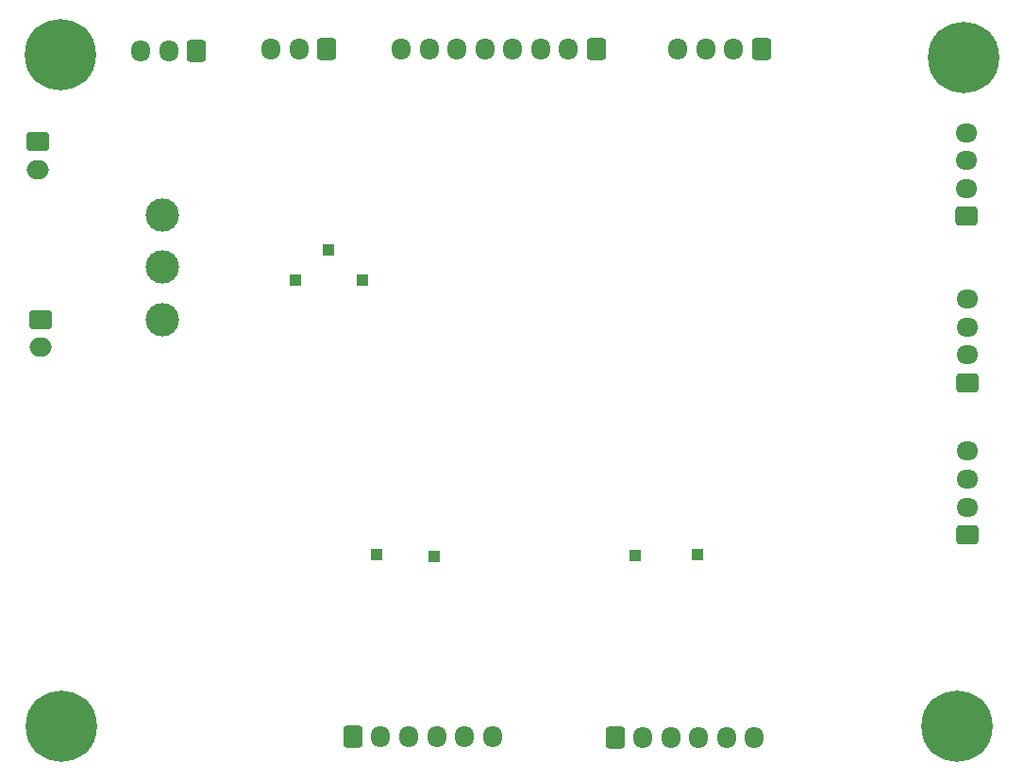
<source format=gbr>
%TF.GenerationSoftware,KiCad,Pcbnew,(7.0.0)*%
%TF.CreationDate,2023-10-26T11:16:44+02:00*%
%TF.ProjectId,Kyttiludzinator,4b797474-696c-4756-947a-696e61746f72,rev?*%
%TF.SameCoordinates,Original*%
%TF.FileFunction,Soldermask,Bot*%
%TF.FilePolarity,Negative*%
%FSLAX46Y46*%
G04 Gerber Fmt 4.6, Leading zero omitted, Abs format (unit mm)*
G04 Created by KiCad (PCBNEW (7.0.0)) date 2023-10-26 11:16:44*
%MOMM*%
%LPD*%
G01*
G04 APERTURE LIST*
G04 Aperture macros list*
%AMRoundRect*
0 Rectangle with rounded corners*
0 $1 Rounding radius*
0 $2 $3 $4 $5 $6 $7 $8 $9 X,Y pos of 4 corners*
0 Add a 4 corners polygon primitive as box body*
4,1,4,$2,$3,$4,$5,$6,$7,$8,$9,$2,$3,0*
0 Add four circle primitives for the rounded corners*
1,1,$1+$1,$2,$3*
1,1,$1+$1,$4,$5*
1,1,$1+$1,$6,$7*
1,1,$1+$1,$8,$9*
0 Add four rect primitives between the rounded corners*
20,1,$1+$1,$2,$3,$4,$5,0*
20,1,$1+$1,$4,$5,$6,$7,0*
20,1,$1+$1,$6,$7,$8,$9,0*
20,1,$1+$1,$8,$9,$2,$3,0*%
G04 Aperture macros list end*
%ADD10RoundRect,0.250000X0.725000X-0.600000X0.725000X0.600000X-0.725000X0.600000X-0.725000X-0.600000X0*%
%ADD11O,1.950000X1.700000*%
%ADD12R,1.000000X1.000000*%
%ADD13C,0.800000*%
%ADD14C,6.400000*%
%ADD15RoundRect,0.250000X-0.750000X0.600000X-0.750000X-0.600000X0.750000X-0.600000X0.750000X0.600000X0*%
%ADD16O,2.000000X1.700000*%
%ADD17RoundRect,0.250000X0.600000X0.725000X-0.600000X0.725000X-0.600000X-0.725000X0.600000X-0.725000X0*%
%ADD18O,1.700000X1.950000*%
%ADD19RoundRect,0.250000X-0.600000X-0.725000X0.600000X-0.725000X0.600000X0.725000X-0.600000X0.725000X0*%
%ADD20C,3.000000*%
G04 APERTURE END LIST*
D10*
%TO.C,J504*%
X212958000Y-85859000D03*
D11*
X212957999Y-83358999D03*
X212957999Y-80858999D03*
X212957999Y-78358999D03*
%TD*%
D12*
%TO.C,REF\u002A\u002A*%
X158622999Y-62991999D03*
%TD*%
D13*
%TO.C,REFe*%
X210200000Y-43000000D03*
X210902944Y-41302944D03*
X210902944Y-44697056D03*
X212600000Y-40600000D03*
D14*
X212600000Y-43000000D03*
D13*
X212600000Y-45400000D03*
X214297056Y-41302944D03*
X214297056Y-44697056D03*
X215000000Y-43000000D03*
%TD*%
D15*
%TO.C,Alim_charger301*%
X129485000Y-50566000D03*
D16*
X129484999Y-53065999D03*
%TD*%
D12*
%TO.C,REF\u002A\u002A*%
X165099999Y-87799999D03*
%TD*%
D17*
%TO.C,J502*%
X155448000Y-42291000D03*
D18*
X152947999Y-42290999D03*
X150447999Y-42290999D03*
%TD*%
D13*
%TO.C,REF\u002A\u002A*%
X209600000Y-103000000D03*
X210302944Y-101302944D03*
X210302944Y-104697056D03*
X212000000Y-100600000D03*
D14*
X212000000Y-103000000D03*
D13*
X212000000Y-105400000D03*
X213697056Y-101302944D03*
X213697056Y-104697056D03*
X214400000Y-103000000D03*
%TD*%
D17*
%TO.C,J503*%
X179632000Y-42291000D03*
D18*
X177131999Y-42290999D03*
X174631999Y-42290999D03*
X172131999Y-42290999D03*
X169631999Y-42290999D03*
X167131999Y-42290999D03*
X164631999Y-42290999D03*
X162131999Y-42290999D03*
%TD*%
D15*
%TO.C,Alim_batterie301*%
X129794000Y-66548000D03*
D16*
X129793999Y-69047999D03*
%TD*%
D13*
%TO.C,REF\u002A\u002A*%
X129200000Y-103000000D03*
X129902944Y-101302944D03*
X129902944Y-104697056D03*
X131600000Y-100600000D03*
D14*
X131600000Y-103000000D03*
D13*
X131600000Y-105400000D03*
X133297056Y-101302944D03*
X133297056Y-104697056D03*
X134000000Y-103000000D03*
%TD*%
D10*
%TO.C,J505*%
X212852000Y-57277000D03*
D11*
X212851999Y-54776999D03*
X212851999Y-52276999D03*
X212851999Y-49776999D03*
%TD*%
D17*
%TO.C,J506*%
X194437000Y-42291000D03*
D18*
X191936999Y-42290999D03*
X189436999Y-42290999D03*
X186936999Y-42290999D03*
%TD*%
D12*
%TO.C,REF\u002A\u002A*%
X188699999Y-87599999D03*
%TD*%
%TO.C,REF\u002A\u002A*%
X155574999Y-60324999D03*
%TD*%
D19*
%TO.C,J402*%
X157800000Y-104000000D03*
D18*
X160299999Y-103999999D03*
X162799999Y-103999999D03*
X165299999Y-103999999D03*
X167799999Y-103999999D03*
X170299999Y-103999999D03*
%TD*%
D12*
%TO.C,REF\u002A\u002A*%
X159892999Y-87629999D03*
%TD*%
D10*
%TO.C,J509*%
X212958000Y-72203000D03*
D11*
X212957999Y-69702999D03*
X212957999Y-67202999D03*
X212957999Y-64702999D03*
%TD*%
D17*
%TO.C,J501*%
X143764000Y-42418000D03*
D18*
X141263999Y-42417999D03*
X138763999Y-42417999D03*
%TD*%
D12*
%TO.C,REF\u002A\u002A*%
X183099999Y-87699999D03*
%TD*%
%TO.C,REF\u002A\u002A*%
X152653999Y-62991999D03*
%TD*%
D19*
%TO.C,J401*%
X181300000Y-104100000D03*
D18*
X183799999Y-104099999D03*
X186299999Y-104099999D03*
X188799999Y-104099999D03*
X191299999Y-104099999D03*
X193799999Y-104099999D03*
%TD*%
D20*
%TO.C,SW302*%
X140718000Y-57145000D03*
X140718000Y-61845000D03*
X140718000Y-66545000D03*
%TD*%
D13*
%TO.C,REF\u002A\u002A*%
X129125944Y-42718056D03*
X129828888Y-41021000D03*
X129828888Y-44415112D03*
X131525944Y-40318056D03*
D14*
X131525944Y-42718056D03*
D13*
X131525944Y-45118056D03*
X133223000Y-41021000D03*
X133223000Y-44415112D03*
X133925944Y-42718056D03*
%TD*%
M02*

</source>
